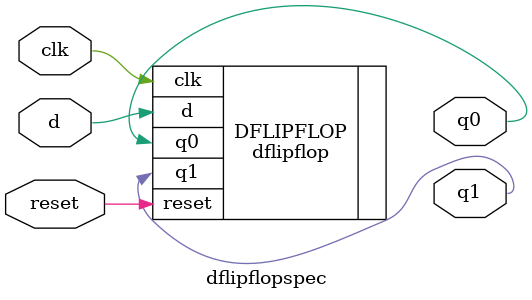
<source format=sv>
`include "dflipflop.v"

module dflipflopspec(
  input clk, reset, d, 
  output reg q0, q1
);

dflipflop DFLIPFLOP(
  .clk(clk),
  .reset(reset),
  .d(d),
  .q0(q0),
  .q1(q1)
);

always @(posedge clk) begin
    assert property (q0 != q1) ; 
end

// always @(posedge clk) begin
//     assert property (d |-> (q0 == d)) ; 
// end


endmodule

  // reg clk;
  // reg reset;
  // reg d;
  // wire q;
  // wire qb;
  
  // // Instantiate design under test
  // dff DFF(.clk(clk), .reset(reset),
  //         .d(d), .q(q), .qb(qb));
          
  // initial begin
  //   // Dump waves
  //   $dumpfile("dump.vcd");
  //   $dumpvars(1);
    
  //   $display("Reset flop.");
  //   clk = 0;
  //   reset = 1;
  //   d = 1'bx;
  //   display;
    
  //   $display("Release reset.");
  //   d = 1;
  //   reset = 0;
  //   display;

  //   $display("Toggle clk.");
  //   clk = 1;
  //   display;
  // end
  
  // task display;
  //   #1 $display("d:%0h, q:%0h, qb:%0h",
  //     d, q, qb);
  // endtask


</source>
